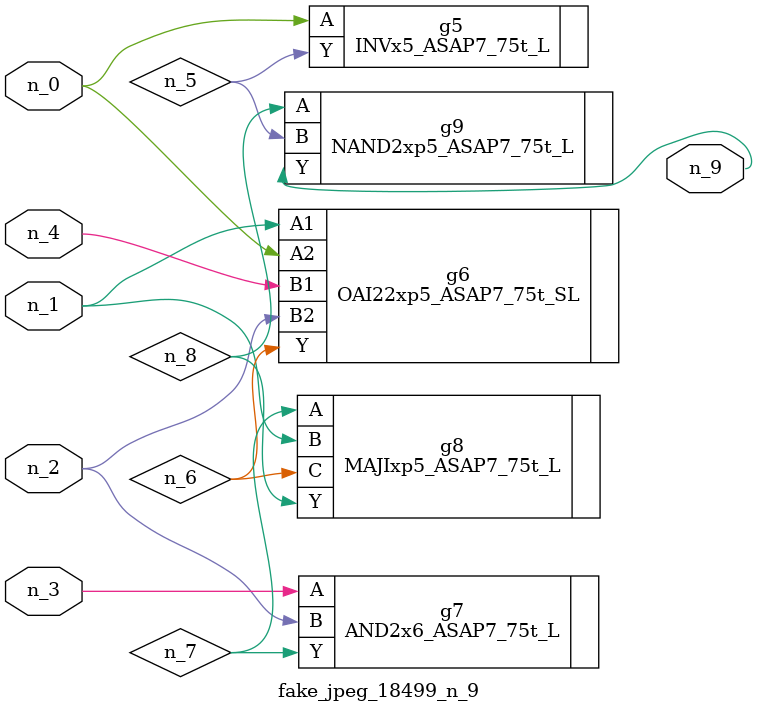
<source format=v>
module fake_jpeg_18499_n_9 (n_3, n_2, n_1, n_0, n_4, n_9);

input n_3;
input n_2;
input n_1;
input n_0;
input n_4;

output n_9;

wire n_8;
wire n_6;
wire n_5;
wire n_7;

INVx5_ASAP7_75t_L g5 ( 
.A(n_0),
.Y(n_5)
);

OAI22xp5_ASAP7_75t_SL g6 ( 
.A1(n_1),
.A2(n_0),
.B1(n_4),
.B2(n_2),
.Y(n_6)
);

AND2x6_ASAP7_75t_L g7 ( 
.A(n_3),
.B(n_2),
.Y(n_7)
);

MAJIxp5_ASAP7_75t_L g8 ( 
.A(n_7),
.B(n_1),
.C(n_6),
.Y(n_8)
);

NAND2xp5_ASAP7_75t_L g9 ( 
.A(n_8),
.B(n_5),
.Y(n_9)
);


endmodule
</source>
